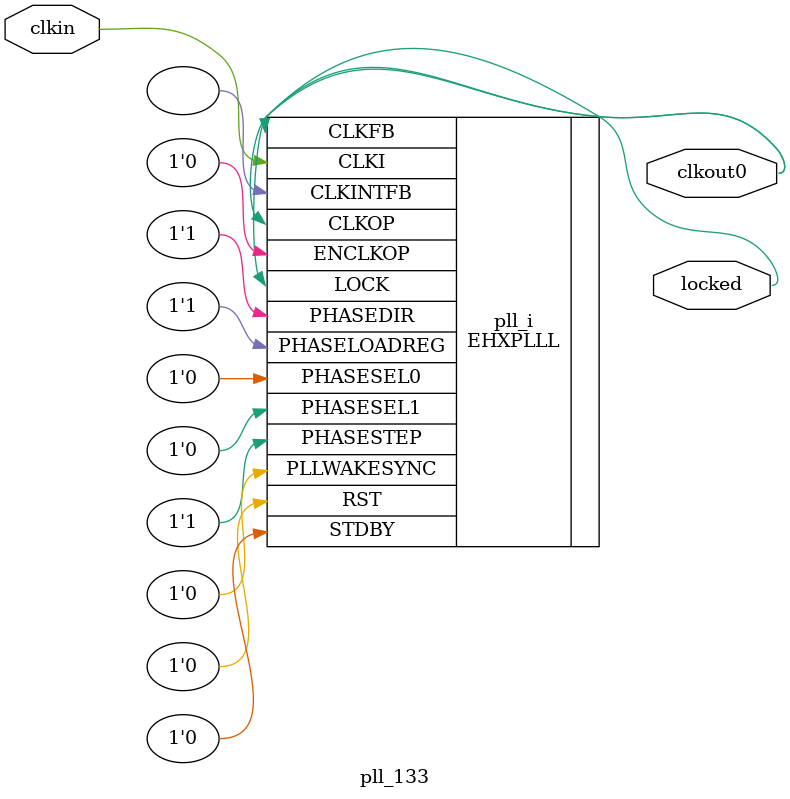
<source format=v>
module pll_133
(
    input wire clkin, // 25 MHz, 0 deg
    output wire clkout0, // 133.333 MHz, 0 deg
    output wire locked
);
(* FREQUENCY_PIN_CLKI="25" *)
(* FREQUENCY_PIN_CLKOP="133.333" *)
(* ICP_CURRENT="12" *) (* LPF_RESISTOR="8" *) (* MFG_ENABLE_FILTEROPAMP="1" *) (* MFG_GMCREF_SEL="2" *)
EHXPLLL #(
        .PLLRST_ENA("DISABLED"),
        .INTFB_WAKE("DISABLED"),
        .STDBY_ENABLE("DISABLED"),
        .DPHASE_SOURCE("DISABLED"),
        .OUTDIVIDER_MUXA("DIVA"),
        .OUTDIVIDER_MUXB("DIVB"),
        .OUTDIVIDER_MUXC("DIVC"),
        .OUTDIVIDER_MUXD("DIVD"),
        .CLKI_DIV(3),
        .CLKOP_ENABLE("ENABLED"),
        .CLKOP_DIV(5),
        .CLKOP_CPHASE(4),
        .CLKOP_FPHASE(0),
        .FEEDBK_PATH("CLKOP"),
        .CLKFB_DIV(16)
    ) pll_i (
        .RST(1'b0),
        .STDBY(1'b0),
        .CLKI(clkin),
        .CLKOP(clkout0),
        .CLKFB(clkout0),
        .CLKINTFB(),
        .PHASESEL0(1'b0),
        .PHASESEL1(1'b0),
        .PHASEDIR(1'b1),
        .PHASESTEP(1'b1),
        .PHASELOADREG(1'b1),
        .PLLWAKESYNC(1'b0),
        .ENCLKOP(1'b0),
        .LOCK(locked)
	);
endmodule

</source>
